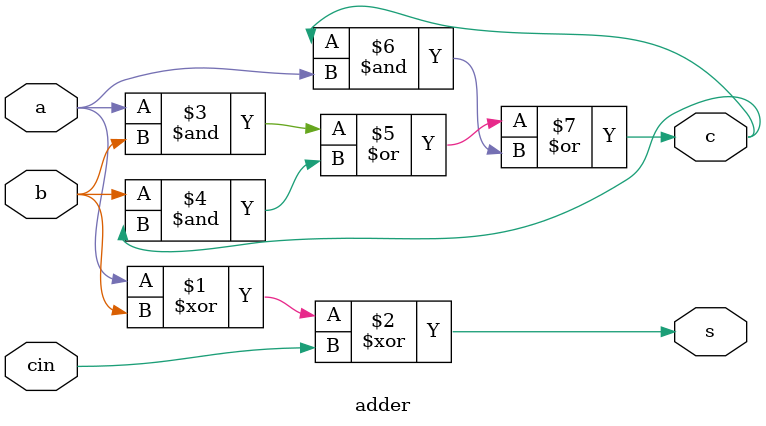
<source format=v>
`timescale 1ns / 1ps
module adder(a,b,cin,s,c);
input a,b,cin;
output s,c;
assign s=a^b^cin;
assign c=(a&b)|(b&c)|(c&a);
endmodule

</source>
